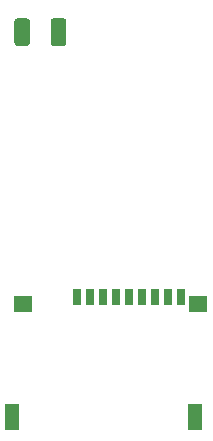
<source format=gbr>
%TF.GenerationSoftware,KiCad,Pcbnew,(5.1.10)-1*%
%TF.CreationDate,2021-07-24T14:48:27+02:00*%
%TF.ProjectId,esp32,65737033-322e-46b6-9963-61645f706362,rev?*%
%TF.SameCoordinates,Original*%
%TF.FileFunction,Paste,Bot*%
%TF.FilePolarity,Positive*%
%FSLAX46Y46*%
G04 Gerber Fmt 4.6, Leading zero omitted, Abs format (unit mm)*
G04 Created by KiCad (PCBNEW (5.1.10)-1) date 2021-07-24 14:48:27*
%MOMM*%
%LPD*%
G01*
G04 APERTURE LIST*
%ADD10R,1.600000X1.400000*%
%ADD11R,1.200000X2.200000*%
%ADD12R,0.700000X1.400000*%
G04 APERTURE END LIST*
D10*
%TO.C,J1*%
X105565000Y-89822000D03*
D11*
X105315000Y-99422000D03*
X89815000Y-99422000D03*
D10*
X90715000Y-89822000D03*
D12*
X104115000Y-89222000D03*
X103015000Y-89222000D03*
X101915000Y-89222000D03*
X100815000Y-89222000D03*
X99715000Y-89222000D03*
X98615000Y-89222000D03*
X97515000Y-89222000D03*
X96415000Y-89222000D03*
X95315000Y-89222000D03*
%TD*%
%TO.C,C1*%
G36*
G01*
X90002000Y-67727001D02*
X90002000Y-65876999D01*
G75*
G02*
X90251999Y-65627000I249999J0D01*
G01*
X91077001Y-65627000D01*
G75*
G02*
X91327000Y-65876999I0J-249999D01*
G01*
X91327000Y-67727001D01*
G75*
G02*
X91077001Y-67977000I-249999J0D01*
G01*
X90251999Y-67977000D01*
G75*
G02*
X90002000Y-67727001I0J249999D01*
G01*
G37*
G36*
G01*
X93077000Y-67727001D02*
X93077000Y-65876999D01*
G75*
G02*
X93326999Y-65627000I249999J0D01*
G01*
X94152001Y-65627000D01*
G75*
G02*
X94402000Y-65876999I0J-249999D01*
G01*
X94402000Y-67727001D01*
G75*
G02*
X94152001Y-67977000I-249999J0D01*
G01*
X93326999Y-67977000D01*
G75*
G02*
X93077000Y-67727001I0J249999D01*
G01*
G37*
%TD*%
M02*

</source>
